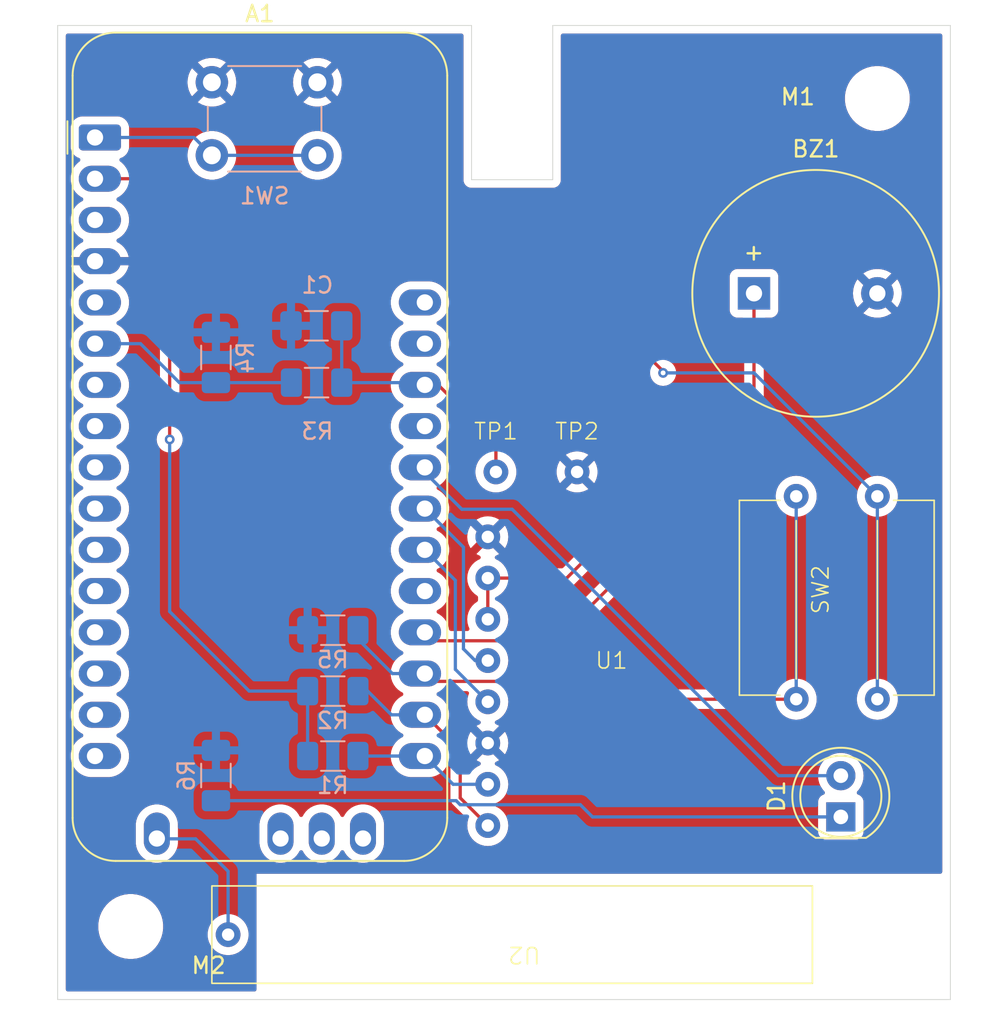
<source format=kicad_pcb>
(kicad_pcb (version 20240108) (generator "pcbnew") (generator_version "8.0")
  (layers (0 "F.Cu" signal) (31 "B.Cu" signal) (34 "B.Paste" user) (35 "F.Paste" user) (36 "B.SilkS" user "B.Silkscreen") (37 "F.SilkS" user "F.Silkscreen") (38 "B.Mask" user) (39 "F.Mask" user) (44 "Edge.Cuts" user))
  (net 0 "")
  (net 2 "Net-(A1-SDA{slash}D20)")
  (net 7 "Net-(A1-3V3)")
  (net 10 "Net-(A1-SCL{slash}D21)")
  (net 13 "Net-(A1-ANT)")
  (net 16 "Net-(A1-D11)")
  (net 17 "Net-(A1-USB)")
  (net 18 "Net-(A1-A1)")
  (net 20 "Net-(A1-D6)")
  (net 21 "GND")
  (net 22 "Net-(A1-D12)")
  (net 24 "Net-(A1-D5)")
  (net 27 "Net-(A1-D10)")
  (net 29 "Net-(A1-~{RESET})")
  (net 33 "Net-(D1-K)")
  (footprint "MountingHole:MountingHole_3.5mm" (layer "F.Cu") (at 129 135)
    (property "Reference" "M2" (at 4.8 2.4 0) (layer "F.SilkS"))
    (property "Value" "MountingHole_3.5mm")
    (pad "" np_thru_hole circle (at 0 0) (size 3.5 3.5) (drill 3.5) (layers "*.Cu" "*.Mask"))
  )
  (footprint "dmcginnis427Footprints:ADXL345_Breakout" (layer "F.Cu") (at 151 111)
    (property "Reference" "U1" (at 7.62 7.62 0) (layer "F.SilkS") (effects (font (thickness 0.1))))
    (property "Value" "~")
    (pad "1" thru_hole circle (at 0 0) (size 1.524 1.524) (drill 0.762) (layers "*.Cu" "*.Mask") (net 21 "GND"))
    (pad "2" thru_hole circle (at 0 2.54) (size 1.524 1.524) (drill 0.762) (layers "*.Cu" "*.Mask") (net 7 "Net-(A1-3V3)"))
    (pad "3" thru_hole circle (at 0 5.08) (size 1.524 1.524) (drill 0.762) (layers "*.Cu" "*.Mask") (net 7 "Net-(A1-3V3)"))
    (pad "4" thru_hole circle (at 0 7.62) (size 1.524 1.524) (drill 0.762) (layers "*.Cu" "*.Mask") (net 16 "Net-(A1-D11)"))
    (pad "5" thru_hole circle (at 0 10.16) (size 1.524 1.524) (drill 0.762) (layers "*.Cu" "*.Mask") (net 27 "Net-(A1-D10)"))
    (pad "6" thru_hole circle (at 0 12.7) (size 1.524 1.524) (drill 0.762) (layers "*.Cu" "*.Mask") (net 21 "GND"))
    (pad "7" thru_hole circle (at 0 15.24) (size 1.524 1.524) (drill 0.762) (layers "*.Cu" "*.Mask") (net 2 "Net-(A1-SDA{slash}D20)"))
    (pad "8" thru_hole circle (at 0 17.78) (size 1.524 1.524) (drill 0.762) (layers "*.Cu" "*.Mask") (net 10 "Net-(A1-SCL{slash}D21)"))
  )
  (footprint "dmcginnis427Footprints:SpringAnt33" (layer "F.Cu") (at 135 135.5 180)
    (property "Reference" "U2" (at -18.25 -1.25 180) (layer "F.SilkS") (effects (font (thickness 0.1))))
    (property "Value" "~")
    (fp_rect (start -36 -3) (end 1 3) (stroke (width 0.1)) (fill none) (layer "F.SilkS"))
    (pad "1" thru_hole circle (at 0 0 180) (size 1.524 1.524) (drill 0.762) (layers "*.Cu" "*.Mask") (net 13 "Net-(A1-ANT)"))
  )
  (footprint "LED_THT:LED_D5.0mm" (layer "F.Cu") (at 172.75 128.25 90)
    (property "Reference" "D1" (at 1.27 -3.96 90) (layer "F.SilkS"))
    (property "Value" "LED")
    (fp_line (start -1.29 -1.545) (end -1.29 1.545) (stroke (width 0.12)) (layer "F.SilkS"))
    (fp_arc (start -1.29 -1.54483) (mid 2.072002 -2.880433) (end 4.26 0.000462) (stroke (width 0.12)) (layer "F.SilkS"))
    (fp_arc (start 4.26 -0.000462) (mid 2.072002 2.880433) (end -1.29 1.54483) (stroke (width 0.12)) (layer "F.SilkS"))
    (fp_circle (center 1.27 0) (end 3.77 0) (stroke (width 0.12)) (fill none) (layer "F.SilkS"))
    (pad "1" thru_hole rect (at 0 0 90) (size 1.8 1.8) (drill 0.9) (layers "*.Cu" "*.Mask") (net 33 "Net-(D1-K)"))
    (pad "2" thru_hole circle (at 2.54 0 90) (size 1.8 1.8) (drill 0.9) (layers "*.Cu" "*.Mask") (net 22 "Net-(A1-D12)"))
  )
  (footprint "dmcginnis427Footprints:bigButton" (layer "F.Cu") (at 172.5 121 90)
    (property "Reference" "SW2" (at 6.75 -1 90) (layer "F.SilkS") (effects (font (thickness 0.1))))
    (property "Value" "SW_Push")
    (fp_line (start 12.25 -6) (end 12.25 -3.5) (stroke (width 0.1)) (layer "F.SilkS"))
    (fp_line (start 0.25 -6) (end 12.25 -6) (stroke (width 0.1)) (layer "F.SilkS"))
    (fp_line (start 0.25 -3.5) (end 0.25 -6) (stroke (width 0.1)) (layer "F.SilkS"))
    (fp_line (start 1.25 -2.5) (end 11 -2.5) (stroke (width 0.1)) (layer "F.SilkS"))
    (fp_line (start 1.25 2.5) (end 11 2.5) (stroke (width 0.1)) (layer "F.SilkS"))
    (fp_line (start 0.25 3.5) (end 0.25 6) (stroke (width 0.1)) (layer "F.SilkS"))
    (fp_line (start 12.25 6) (end 12.25 3.5) (stroke (width 0.1)) (layer "F.SilkS"))
    (fp_line (start 0.25 6) (end 12.25 6) (stroke (width 0.1)) (layer "F.SilkS"))
    (pad "1" thru_hole circle (at 0 -2.5 90) (size 1.524 1.524) (drill 0.762) (layers "*.Cu" "*.Mask") (net 24 "Net-(A1-D5)"))
    (pad "1" thru_hole circle (at 12.5 -2.5 90) (size 1.524 1.524) (drill 0.762) (layers "*.Cu" "*.Mask") (net 24 "Net-(A1-D5)"))
    (pad "2" thru_hole circle (at 0 2.5 90) (size 1.524 1.524) (drill 0.762) (layers "*.Cu" "*.Mask") (net 7 "Net-(A1-3V3)"))
    (pad "2" thru_hole circle (at 12.5 2.5 90) (size 1.524 1.524) (drill 0.762) (layers "*.Cu" "*.Mask") (net 7 "Net-(A1-3V3)"))
  )
  (footprint "Module:Adafruit_Feather_M0_RFM" (layer "F.Cu") (at 126.8 86.4)
    (property "Reference" "A1" (at 10.16 -7.62 0) (layer "F.SilkS"))
    (property "Value" "Adafruit_Feather_M0_RFM9x_LoRa_Radio")
    (fp_line (start -1.7 1) (end -1.7 -1) (stroke (width 0.12)) (layer "F.SilkS"))
    (fp_line (start -1.38 -3.81) (end -1.38 41.91) (stroke (width 0.12)) (layer "F.SilkS"))
    (fp_line (start 19.05 -6.46) (end 1.27 -6.46) (stroke (width 0.12)) (layer "F.SilkS"))
    (fp_line (start 19.05 44.56) (end 1.27 44.56) (stroke (width 0.12)) (layer "F.SilkS"))
    (fp_line (start 21.7 -3.81) (end 21.7 41.91) (stroke (width 0.12)) (layer "F.SilkS"))
    (fp_arc (start -1.38 -3.81) (mid -0.603833 -5.683833) (end 1.27 -6.46) (stroke (width 0.12)) (layer "F.SilkS"))
    (fp_arc (start 1.27 44.56) (mid -0.603833 43.783833) (end -1.38 41.91) (stroke (width 0.12)) (layer "F.SilkS"))
    (fp_arc (start 19.05 -6.46) (mid 20.923833 -5.683833) (end 21.7 -3.81) (stroke (width 0.12)) (layer "F.SilkS"))
    (fp_arc (start 21.7 41.91) (mid 20.923833 43.783833) (end 19.05 44.56) (stroke (width 0.12)) (layer "F.SilkS"))
    (pad "1" thru_hole roundrect (at 0 0) (size 2.6 1.6) (drill 1 (offset 0.3 0)) (layers "*.Cu" "*.Mask") (roundrect_rratio 0.15625) (net 29 "Net-(A1-~{RESET})"))
    (pad "2" thru_hole oval (at 0 2.54) (size 2.6 1.6) (drill 1 (offset 0.3 0)) (layers "*.Cu" "*.Mask") (net 7 "Net-(A1-3V3)"))
    (pad "3" thru_hole oval (at 0 5.08) (size 2.6 1.6) (drill 1 (offset 0.3 0)) (layers "*.Cu" "*.Mask"))
    (pad "4" thru_hole oval (at 0 7.62) (size 2.6 1.6) (drill 1 (offset 0.3 0)) (layers "*.Cu" "*.Mask") (net 21 "GND"))
    (pad "5" thru_hole oval (at 0 10.16) (size 2.6 1.6) (drill 1 (offset 0.3 0)) (layers "*.Cu" "*.Mask"))
    (pad "6" thru_hole oval (at 0 12.7) (size 2.6 1.6) (drill 1 (offset 0.3 0)) (layers "*.Cu" "*.Mask") (net 18 "Net-(A1-A1)"))
    (pad "7" thru_hole oval (at 0 15.24) (size 2.6 1.6) (drill 1 (offset 0.3 0)) (layers "*.Cu" "*.Mask"))
    (pad "8" thru_hole oval (at 0 17.78) (size 2.6 1.6) (drill 1 (offset 0.3 0)) (layers "*.Cu" "*.Mask"))
    (pad "9" thru_hole oval (at 0 20.32) (size 2.6 1.6) (drill 1 (offset 0.3 0)) (layers "*.Cu" "*.Mask"))
    (pad "10" thru_hole oval (at 0 22.86) (size 2.6 1.6) (drill 1 (offset 0.3 0)) (layers "*.Cu" "*.Mask"))
    (pad "11" thru_hole oval (at 0 25.4) (size 2.6 1.6) (drill 1 (offset 0.3 0)) (layers "*.Cu" "*.Mask"))
    (pad "12" thru_hole oval (at 0 27.94) (size 2.6 1.6) (drill 1 (offset 0.3 0)) (layers "*.Cu" "*.Mask"))
    (pad "13" thru_hole oval (at 0 30.48) (size 2.6 1.6) (drill 1 (offset 0.3 0)) (layers "*.Cu" "*.Mask"))
    (pad "14" thru_hole oval (at 0 33.02) (size 2.6 1.6) (drill 1 (offset 0.3 0)) (layers "*.Cu" "*.Mask"))
    (pad "15" thru_hole oval (at 0 35.56) (size 2.6 1.6) (drill 1 (offset 0.3 0)) (layers "*.Cu" "*.Mask"))
    (pad "16" thru_hole oval (at 0 38.1) (size 2.6 1.6) (drill 1 (offset 0.3 0)) (layers "*.Cu" "*.Mask"))
    (pad "17" thru_hole oval (at 20.32 38.1 180) (size 2.6 1.6) (drill 1 (offset 0.3 0)) (layers "*.Cu" "*.Mask") (net 2 "Net-(A1-SDA{slash}D20)"))
    (pad "18" thru_hole oval (at 20.32 35.56 180) (size 2.6 1.6) (drill 1 (offset 0.3 0)) (layers "*.Cu" "*.Mask") (net 10 "Net-(A1-SCL{slash}D21)"))
    (pad "19" thru_hole oval (at 20.32 33.02 180) (size 2.6 1.6) (drill 1 (offset 0.3 0)) (layers "*.Cu" "*.Mask") (net 24 "Net-(A1-D5)"))
    (pad "20" thru_hole oval (at 20.32 30.48 180) (size 2.6 1.6) (drill 1 (offset 0.3 0)) (layers "*.Cu" "*.Mask") (net 20 "Net-(A1-D6)"))
    (pad "21" thru_hole oval (at 20.32 27.94 180) (size 2.6 1.6) (drill 1 (offset 0.3 0)) (layers "*.Cu" "*.Mask"))
    (pad "22" thru_hole oval (at 20.32 25.4 180) (size 2.6 1.6) (drill 1 (offset 0.3 0)) (layers "*.Cu" "*.Mask") (net 27 "Net-(A1-D10)"))
    (pad "23" thru_hole oval (at 20.32 22.86 180) (size 2.6 1.6) (drill 1 (offset 0.3 0)) (layers "*.Cu" "*.Mask") (net 16 "Net-(A1-D11)"))
    (pad "24" thru_hole oval (at 20.32 20.32 180) (size 2.6 1.6) (drill 1 (offset 0.3 0)) (layers "*.Cu" "*.Mask") (net 22 "Net-(A1-D12)"))
    (pad "25" thru_hole oval (at 20.32 17.78 180) (size 2.6 1.6) (drill 1 (offset 0.3 0)) (layers "*.Cu" "*.Mask"))
    (pad "26" thru_hole oval (at 20.32 15.24 180) (size 2.6 1.6) (drill 1 (offset 0.3 0)) (layers "*.Cu" "*.Mask") (net 17 "Net-(A1-USB)"))
    (pad "27" thru_hole oval (at 20.32 12.7 180) (size 2.6 1.6) (drill 1 (offset 0.3 0)) (layers "*.Cu" "*.Mask"))
    (pad "28" thru_hole oval (at 20.32 10.16 180) (size 2.6 1.6) (drill 1 (offset 0.3 0)) (layers "*.Cu" "*.Mask"))
    (pad "29" thru_hole oval (at 3.81 43.18 90) (size 2.6 1.6) (drill 1 (offset 0.3 0)) (layers "*.Cu" "*.Mask") (net 13 "Net-(A1-ANT)"))
    (pad "30" thru_hole oval (at 11.43 43.18 90) (size 2.6 1.6) (drill 1 (offset 0.3 0)) (layers "*.Cu" "*.Mask"))
    (pad "31" thru_hole oval (at 13.97 43.18 90) (size 2.6 1.6) (drill 1 (offset 0.3 0)) (layers "*.Cu" "*.Mask"))
    (pad "32" thru_hole oval (at 16.51 43.18 90) (size 2.6 1.6) (drill 1 (offset 0.3 0)) (layers "*.Cu" "*.Mask"))
  )
  (footprint "dmcginnis427Footprints:PCB_THT" (layer "F.Cu") (at 156.5 107)
    (property "Reference" "TP2" (at 0 -2.5 0) (layer "F.SilkS") (effects (font (thickness 0.1))))
    (property "Value" "GND")
    (pad "1" thru_hole circle (at 0 0) (size 1.524 1.524) (drill 0.762) (layers "*.Cu" "*.Mask") (net 21 "GND"))
  )
  (footprint "dmcginnis427Footprints:PCB_THT" (layer "F.Cu") (at 151.5 107)
    (property "Reference" "TP1" (at 0 -2.5 0) (layer "F.SilkS") (effects (font (thickness 0.1))))
    (property "Value" "5V")
    (pad "1" thru_hole circle (at 0 0) (size 1.524 1.524) (drill 0.762) (layers "*.Cu" "*.Mask") (net 17 "Net-(A1-USB)"))
  )
  (footprint "Buzzer_Beeper:Buzzer_15x7.5RM7.6" (layer "F.Cu") (at 167.4 96)
    (property "Reference" "BZ1" (at 3.81 -8.89 0) (layer "F.SilkS"))
    (property "Value" "Buzzer")
    (fp_circle (center 3.8 0) (end 11.4 0) (stroke (width 0.12)) (fill none) (layer "F.SilkS"))
    (fp_text user "+" (at -0.01 -2.54 0) (layer "F.SilkS"))
    (pad "1" thru_hole rect (at 0 0) (size 2 2) (drill 1) (layers "*.Cu" "*.Mask") (net 20 "Net-(A1-D6)"))
    (pad "2" thru_hole circle (at 7.6 0) (size 2 2) (drill 1) (layers "*.Cu" "*.Mask") (net 21 "GND"))
  )
  (footprint "MountingHole:MountingHole_3.5mm" (layer "F.Cu") (at 175 84)
    (property "Reference" "M1" (at -4.9 -0.1 0) (layer "F.SilkS"))
    (property "Value" "MountingHole_3.5mm")
    (pad "" np_thru_hole circle (at 0 0) (size 3.5 3.5) (drill 3.5) (layers "F&B.Cu" "*.Mask"))
  )
  (footprint "Resistor_SMD:R_1206_3216Metric_Pad1.30x1.75mm_HandSolder" (layer "B.Cu") (at 134.25 125.7 -90)
    (property "Reference" "R6" (at 0 1.82 90) (layer "B.SilkS") (effects (justify mirror)))
    (property "Value" "220")
    (fp_line (start 0.727064 0.91) (end -0.727064 0.91) (stroke (width 0.12)) (layer "B.SilkS"))
    (fp_line (start 0.727064 -0.91) (end -0.727064 -0.91) (stroke (width 0.12)) (layer "B.SilkS"))
    (pad "1" smd roundrect (at -1.55 0 270) (size 1.3 1.75) (layers "B.Cu" "B.Paste" "B.Mask") (roundrect_rratio 0.192308) (net 21 "GND"))
    (pad "2" smd roundrect (at 1.55 0 270) (size 1.3 1.75) (layers "B.Cu" "B.Paste" "B.Mask") (roundrect_rratio 0.192308) (net 33 "Net-(D1-K)"))
  )
  (footprint "Resistor_SMD:R_1206_3216Metric_Pad1.30x1.75mm_HandSolder" (layer "B.Cu") (at 141.45 116.75)
    (property "Reference" "R5" (at 0 1.82 0) (layer "B.SilkS") (effects (justify mirror)))
    (property "Value" "10k")
    (fp_line (start 0.727064 -0.91) (end -0.727064 -0.91) (stroke (width 0.12)) (layer "B.SilkS"))
    (fp_line (start 0.727064 0.91) (end -0.727064 0.91) (stroke (width 0.12)) (layer "B.SilkS"))
    (pad "1" smd roundrect (at -1.55 0) (size 1.3 1.75) (layers "B.Cu" "B.Paste" "B.Mask") (roundrect_rratio 0.192308) (net 21 "GND"))
    (pad "2" smd roundrect (at 1.55 0) (size 1.3 1.75) (layers "B.Cu" "B.Paste" "B.Mask") (roundrect_rratio 0.192308) (net 24 "Net-(A1-D5)"))
  )
  (footprint "Button_Switch_THT:SW_PUSH_6mm" (layer "B.Cu") (at 134 87.5)
    (property "Reference" "SW1" (at 3.25 2.5 360) (layer "B.SilkS") (effects (justify mirror)))
    (property "Value" "SW_Push")
    (fp_line (start -0.25 -3) (end -0.25 -1.5) (stroke (width 0.12)) (layer "B.SilkS"))
    (fp_line (start 1 1) (end 5.5 1) (stroke (width 0.12)) (layer "B.SilkS"))
    (fp_line (start 5.5 -5.5) (end 1 -5.5) (stroke (width 0.12)) (layer "B.SilkS"))
    (fp_line (start 6.75 -1.5) (end 6.75 -3) (stroke (width 0.12)) (layer "B.SilkS"))
    (pad "1" thru_hole circle (at 0 0 270) (size 2 2) (drill 1.1) (layers "*.Cu" "*.Mask") (net 29 "Net-(A1-~{RESET})"))
    (pad "1" thru_hole circle (at 6.5 0 270) (size 2 2) (drill 1.1) (layers "*.Cu" "*.Mask") (net 29 "Net-(A1-~{RESET})"))
    (pad "2" thru_hole circle (at 0 -4.5 270) (size 2 2) (drill 1.1) (layers "*.Cu" "*.Mask") (net 21 "GND"))
    (pad "2" thru_hole circle (at 6.5 -4.5 270) (size 2 2) (drill 1.1) (layers "*.Cu" "*.Mask") (net 21 "GND"))
  )
  (footprint "Resistor_SMD:R_1206_3216Metric_Pad1.30x1.75mm_HandSolder" (layer "B.Cu") (at 134.25 99.95 90)
    (property "Reference" "R4" (at 0 1.82 90) (layer "B.SilkS") (effects (justify mirror)))
    (property "Value" "10k")
    (fp_line (start 0.727064 -0.91) (end -0.727064 -0.91) (stroke (width 0.12)) (layer "B.SilkS"))
    (fp_line (start 0.727064 0.91) (end -0.727064 0.91) (stroke (width 0.12)) (layer "B.SilkS"))
    (pad "1" smd roundrect (at -1.55 0 90) (size 1.3 1.75) (layers "B.Cu" "B.Paste" "B.Mask") (roundrect_rratio 0.192308) (net 18 "Net-(A1-A1)"))
    (pad "2" smd roundrect (at 1.55 0 90) (size 1.3 1.75) (layers "B.Cu" "B.Paste" "B.Mask") (roundrect_rratio 0.192308) (net 21 "GND"))
  )
  (footprint "Resistor_SMD:R_1206_3216Metric_Pad1.30x1.75mm_HandSolder" (layer "B.Cu") (at 141.45 120.5)
    (property "Reference" "R2" (at 0 1.82 0) (layer "B.SilkS") (effects (justify mirror)))
    (property "Value" "10k")
    (fp_line (start 0.727064 -0.91) (end -0.727064 -0.91) (stroke (width 0.12)) (layer "B.SilkS"))
    (fp_line (start 0.727064 0.91) (end -0.727064 0.91) (stroke (width 0.12)) (layer "B.SilkS"))
    (pad "1" smd roundrect (at -1.55 0) (size 1.3 1.75) (layers "B.Cu" "B.Paste" "B.Mask") (roundrect_rratio 0.192308) (net 7 "Net-(A1-3V3)"))
    (pad "2" smd roundrect (at 1.55 0) (size 1.3 1.75) (layers "B.Cu" "B.Paste" "B.Mask") (roundrect_rratio 0.192308) (net 10 "Net-(A1-SCL{slash}D21)"))
  )
  (footprint "Resistor_SMD:R_1206_3216Metric_Pad1.30x1.75mm_HandSolder" (layer "B.Cu") (at 141.45 124.5)
    (property "Reference" "R1" (at 0 1.82 0) (layer "B.SilkS") (effects (justify mirror)))
    (property "Value" "10k")
    (fp_line (start 0.727064 -0.91) (end -0.727064 -0.91) (stroke (width 0.12)) (layer "B.SilkS"))
    (fp_line (start 0.727064 0.91) (end -0.727064 0.91) (stroke (width 0.12)) (layer "B.SilkS"))
    (pad "1" smd roundrect (at -1.55 0) (size 1.3 1.75) (layers "B.Cu" "B.Paste" "B.Mask") (roundrect_rratio 0.192308) (net 7 "Net-(A1-3V3)"))
    (pad "2" smd roundrect (at 1.55 0) (size 1.3 1.75) (layers "B.Cu" "B.Paste" "B.Mask") (roundrect_rratio 0.192308) (net 2 "Net-(A1-SDA{slash}D20)"))
  )
  (footprint "Resistor_SMD:R_1206_3216Metric_Pad1.30x1.75mm_HandSolder" (layer "B.Cu") (at 140.45 101.5 180)
    (property "Reference" "R3" (at -0.05 -3 0) (layer "B.SilkS") (effects (justify mirror)))
    (property "Value" "10k")
    (fp_line (start 0.727064 0.91) (end -0.727064 0.91) (stroke (width 0.12)) (layer "B.SilkS"))
    (fp_line (start 0.727064 -0.91) (end -0.727064 -0.91) (stroke (width 0.12)) (layer "B.SilkS"))
    (pad "1" smd roundrect (at -1.55 0 180) (size 1.3 1.75) (layers "B.Cu" "B.Paste" "B.Mask") (roundrect_rratio 0.192308) (net 17 "Net-(A1-USB)"))
    (pad "2" smd roundrect (at 1.55 0 180) (size 1.3 1.75) (layers "B.Cu" "B.Paste" "B.Mask") (roundrect_rratio 0.192308) (net 18 "Net-(A1-A1)"))
  )
  (footprint "Capacitor_SMD:C_1206_3216Metric_Pad1.33x1.80mm_HandSolder" (layer "B.Cu") (at 140.4375 98)
    (property "Reference" "C1" (at 0.0625 -2.5 0) (layer "B.SilkS") (effects (justify mirror)))
    (property "Value" "10uF")
    (fp_line (start 0.711252 -0.91) (end -0.711252 -0.91) (stroke (width 0.12)) (layer "B.SilkS"))
    (fp_line (start 0.711252 0.91) (end -0.711252 0.91) (stroke (width 0.12)) (layer "B.SilkS"))
    (pad "1" smd roundrect (at -1.5625 0) (size 1.325 1.8) (layers "B.Cu" "B.Paste" "B.Mask") (roundrect_rratio 0.188679) (net 21 "GND"))
    (pad "2" smd roundrect (at 1.5625 0) (size 1.325 1.8) (layers "B.Cu" "B.Paste" "B.Mask") (roundrect_rratio 0.188679) (net 17 "Net-(A1-USB)"))
  )
  (gr_line (start 124.5 79.5) (end 124.5 139.5) (stroke (width 0.05)) (layer "Edge.Cuts"))
  (gr_line (start 150 79.5) (end 150 89) (stroke (width 0.05)) (layer "Edge.Cuts"))
  (gr_line (start 150 89) (end 155 89) (stroke (width 0.05)) (layer "Edge.Cuts"))
  (gr_line (start 155 89) (end 155 79.5) (stroke (width 0.05)) (layer "Edge.Cuts"))
  (gr_line (start 150 79.5) (end 124.5 79.5) (stroke (width 0.05)) (layer "Edge.Cuts"))
  (gr_line (start 124.5 139.5) (end 179.5 139.5) (stroke (width 0.05)) (layer "Edge.Cuts"))
  (gr_line (start 179.5 139.5) (end 179.5 79.5) (stroke (width 0.05)) (layer "Edge.Cuts"))
  (gr_line (start 155 79.5) (end 179.5 79.5) (stroke (width 0.05)) (layer "Edge.Cuts"))
  (segment (start 147.12 124.5) (end 148.86 126.24) (width 0.2) (layer "B.Cu") (net 2))
  (segment (start 148.86 126.24) (end 151 126.24) (width 0.2) (layer "B.Cu") (net 2))
  (segment (start 147.12 124.5) (end 143 124.5) (width 0.2) (layer "B.Cu") (net 2))
  (segment (start 151 113.54) (end 155.86 113.54) (width 0.2) (layer "F.Cu") (net 7))
  (segment (start 158.8 97.8) (end 154.6 93.6) (width 0.2) (layer "F.Cu") (net 7))
  (segment (start 151 116.08) (end 151 113.54) (width 0.2) (layer "F.Cu") (net 7))
  (segment (start 159.1 98.1) (end 158.8 97.8) (width 0.2) (layer "F.Cu") (net 7))
  (segment (start 134 93.6) (end 129.34 88.94) (width 0.2) (layer "F.Cu") (net 7))
  (segment (start 155.86 113.54) (end 159.1 110.3) (width 0.2) (layer "F.Cu") (net 7))
  (segment (start 154.6 93.6) (end 134 93.6) (width 0.2) (layer "F.Cu") (net 7))
  (segment (start 159.1 110.3) (end 159.1 98.1) (width 0.2) (layer "F.Cu") (net 7))
  (segment (start 129.34 88.94) (end 126.8 88.94) (width 0.2) (layer "F.Cu") (net 7))
  (segment (start 131.4 105) (end 131.4 91) (width 0.2) (layer "F.Cu") (net 7))
  (segment (start 161.8 100.9) (end 161.8 100.8) (width 0.2) (layer "F.Cu") (net 7))
  (segment (start 161.8 100.8) (end 158.8 97.8) (width 0.2) (layer "F.Cu") (net 7))
  (segment (start 131.4 91) (end 129.34 88.94) (width 0.2) (layer "F.Cu") (net 7))
  (via (at 131.4 105) (size 0.6) (drill 0.3) (layers "F.Cu" "B.Cu") (net 7))
  (via (at 161.8 100.9) (size 0.6) (drill 0.3) (layers "F.Cu" "B.Cu") (net 7))
  (segment (start 131.4 115.6) (end 131.4 105) (width 0.2) (layer "B.Cu") (net 7))
  (segment (start 136.3 120.5) (end 131.4 115.6) (width 0.2) (layer "B.Cu") (net 7))
  (segment (start 167.4 100.9) (end 161.8 100.9) (width 0.2) (layer "B.Cu") (net 7))
  (segment (start 139.9 124.5) (end 139.9 120.5) (width 0.2) (layer "B.Cu") (net 7))
  (segment (start 175 108.5) (end 167.4 100.9) (width 0.2) (layer "B.Cu") (net 7))
  (segment (start 139.9 120.5) (end 136.3 120.5) (width 0.2) (layer "B.Cu") (net 7))
  (segment (start 175 121) (end 175 108.5) (width 0.2) (layer "B.Cu") (net 7))
  (segment (start 147.12 121.96) (end 149.3 124.14) (width 0.2) (layer "F.Cu") (net 10))
  (segment (start 149.3 127.08) (end 151 128.78) (width 0.2) (layer "F.Cu") (net 10))
  (segment (start 149.3 124.14) (end 149.3 127.08) (width 0.2) (layer "F.Cu") (net 10))
  (segment (start 143.6 120.5) (end 145.06 121.96) (width 0.2) (layer "B.Cu") (net 10))
  (segment (start 143 120.5) (end 143.6 120.5) (width 0.2) (layer "B.Cu") (net 10))
  (segment (start 145.06 121.96) (end 147.12 121.96) (width 0.2) (layer "B.Cu") (net 10))
  (segment (start 135 135.5) (end 135 131.6) (width 0.2) (layer "B.Cu") (net 13))
  (segment (start 133 129.6) (end 130.63 129.6) (width 0.2) (layer "B.Cu") (net 13))
  (segment (start 135 131.6) (end 133 129.6) (width 0.2) (layer "B.Cu") (net 13))
  (segment (start 130.63 129.6) (end 130.61 129.58) (width 0.2) (layer "B.Cu") (net 13))
  (segment (start 149.5 117.9) (end 149.5 111.64) (width 0.2) (layer "B.Cu") (net 16))
  (segment (start 150.22 118.62) (end 149.5 117.9) (width 0.2) (layer "B.Cu") (net 16))
  (segment (start 149.5 111.64) (end 147.12 109.26) (width 0.2) (layer "B.Cu") (net 16))
  (segment (start 151 118.62) (end 150.22 118.62) (width 0.2) (layer "B.Cu") (net 16))
  (segment (start 147.94 101.64) (end 151.5 105.2) (width 0.2) (layer "F.Cu") (net 17))
  (segment (start 151.5 105.2) (end 151.5 107) (width 0.2) (layer "F.Cu") (net 17))
  (segment (start 147.12 101.64) (end 147.94 101.64) (width 0.2) (layer "F.Cu") (net 17))
  (segment (start 142 101.5) (end 142 98) (width 0.2) (layer "B.Cu") (net 17))
  (segment (start 147.12 101.64) (end 146.98 101.5) (width 0.2) (layer "B.Cu") (net 17))
  (segment (start 146.98 101.5) (end 142 101.5) (width 0.2) (layer "B.Cu") (net 17))
  (segment (start 134.25 101.5) (end 132 101.5) (width 0.2) (layer "B.Cu") (net 18))
  (segment (start 138.9 101.5) (end 134.25 101.5) (width 0.2) (layer "B.Cu") (net 18))
  (segment (start 132 101.5) (end 129.6 99.1) (width 0.2) (layer "B.Cu") (net 18))
  (segment (start 129.6 99.1) (end 126.8 99.1) (width 0.2) (layer "B.Cu") (net 18))
  (segment (start 147.64 117.4) (end 147.12 116.88) (width 0.2) (layer "F.Cu") (net 20))
  (segment (start 167.4 96) (end 167.4 105.2) (width 0.2) (layer "F.Cu") (net 20))
  (segment (start 167.4 105.2) (end 155.2 117.4) (width 0.2) (layer "F.Cu") (net 20))
  (segment (start 155.2 117.4) (end 147.64 117.4) (width 0.2) (layer "F.Cu") (net 20))
  (segment (start 152.5 109.3) (end 149.4 109.3) (width 0.2) (layer "B.Cu") (net 22))
  (segment (start 168.91 125.71) (end 152.5 109.3) (width 0.2) (layer "B.Cu") (net 22))
  (segment (start 147.12 107.02) (end 147.12 106.72) (width 0.2) (layer "B.Cu") (net 22))
  (segment (start 149.4 109.3) (end 147.12 107.02) (width 0.2) (layer "B.Cu") (net 22))
  (segment (start 172.75 125.71) (end 168.91 125.71) (width 0.2) (layer "B.Cu") (net 22))
  (segment (start 147.12 119.42) (end 147.6 119.9) (width 0.2) (layer "F.Cu") (net 24))
  (segment (start 153.4 121) (end 170 121) (width 0.2) (layer "F.Cu") (net 24))
  (segment (start 147.6 119.9) (end 152.3 119.9) (width 0.2) (layer "F.Cu") (net 24))
  (segment (start 152.3 119.9) (end 153.4 121) (width 0.2) (layer "F.Cu") (net 24))
  (segment (start 147.12 119.42) (end 145.12 119.42) (width 0.2) (layer "B.Cu") (net 24))
  (segment (start 145.12 119.42) (end 143 117.3) (width 0.2) (layer "B.Cu") (net 24))
  (segment (start 143 117.3) (end 143 116.75) (width 0.2) (layer "B.Cu") (net 24))
  (segment (start 170 121) (end 170 108.5) (width 0.2) (layer "B.Cu") (net 24))
  (segment (start 147.9 111.8) (end 147.12 111.8) (width 0.2) (layer "F.Cu") (net 27))
  (segment (start 149 119.16) (end 149 113.68) (width 0.2) (layer "B.Cu") (net 27))
  (segment (start 151 121.16) (end 149 119.16) (width 0.2) (layer "B.Cu") (net 27))
  (segment (start 149 113.68) (end 147.12 111.8) (width 0.2) (layer "B.Cu") (net 27))
  (segment (start 134 87.5) (end 140.5 87.5) (width 0.2) (layer "B.Cu") (net 29))
  (segment (start 132.9 86.4) (end 134 87.5) (width 0.2) (layer "B.Cu") (net 29))
  (segment (start 126.8 86.4) (end 132.9 86.4) (width 0.2) (layer "B.Cu") (net 29))
  (segment (start 134.25 127.25) (end 149.05 127.25) (width 0.2) (layer "B.Cu") (net 33))
  (segment (start 149.3 127.5) (end 156.7 127.5) (width 0.2) (layer "B.Cu") (net 33))
  (segment (start 156.7 127.5) (end 157.45 128.25) (width 0.2) (layer "B.Cu") (net 33))
  (segment (start 149.05 127.25) (end 149.3 127.5) (width 0.2) (layer "B.Cu") (net 33))
  (segment (start 157.45 128.25) (end 172.75 128.25) (width 0.2) (layer "B.Cu") (net 33))
  (zone (net 21) (net_name "GND") (layer "F.Cu") (priority 1) (connect_pads (clearance 0.5)) (min_thickness 0.25) (fill yes (thermal_gap 0.5) (thermal_bridge_width 0.5))
    (polygon (pts (xy 123 78) (xy 181 78) (xy 181 141) (xy 123 141)))
  )
  (zone (net 0) (net_name "") (layers "F&B.Cu") (connect_pads (clearance 0)) (min_thickness 0.25)
    (keepout (tracks allowed) (vias allowed) (pads allowed) (copperpour not_allowed) (footprints allowed))
    (fill (thermal_gap 0.5) (thermal_bridge_width 0.5))
    (polygon (pts (xy 136.75 131.75) (xy 179.5 131.75) (xy 179.5 139.5) (xy 136.75 139.5)))
  )
  (zone (net 21) (net_name "GND") (layer "B.Cu") (connect_pads (clearance 0.5)) (min_thickness 0.25) (fill yes (thermal_gap 0.5) (thermal_bridge_width 0.5))
    (polygon (pts (xy 123 78) (xy 181 78) (xy 181 141) (xy 123 141)))
  )
)
</source>
